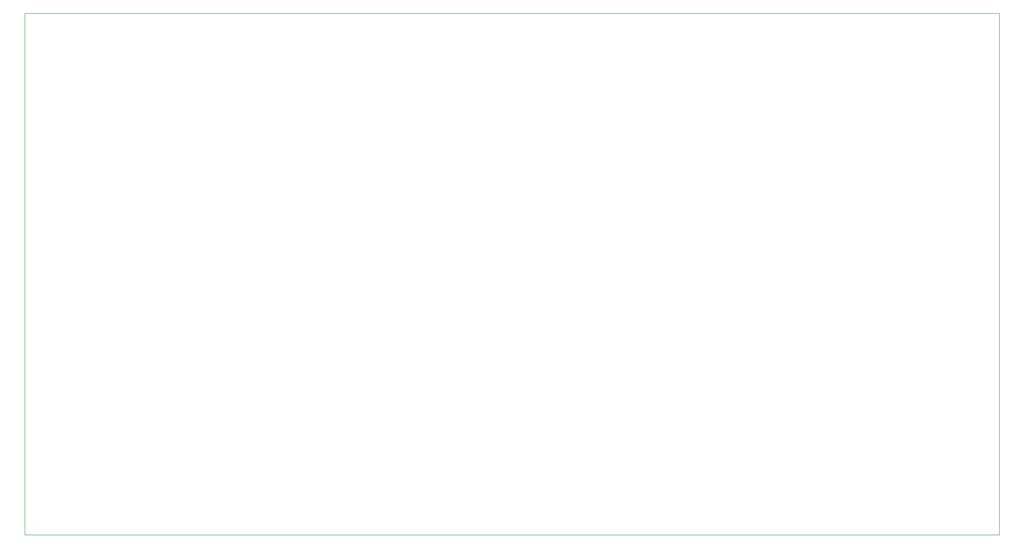
<source format=gbr>
%TF.GenerationSoftware,KiCad,Pcbnew,7.0.9*%
%TF.CreationDate,2023-12-13T10:58:27+05:30*%
%TF.ProjectId,Led_Cube_BaseControler,4c65645f-4375-4626-955f-42617365436f,rev?*%
%TF.SameCoordinates,Original*%
%TF.FileFunction,Profile,NP*%
%FSLAX46Y46*%
G04 Gerber Fmt 4.6, Leading zero omitted, Abs format (unit mm)*
G04 Created by KiCad (PCBNEW 7.0.9) date 2023-12-13 10:58:27*
%MOMM*%
%LPD*%
G01*
G04 APERTURE LIST*
%TA.AperFunction,Profile*%
%ADD10C,0.100000*%
%TD*%
G04 APERTURE END LIST*
D10*
X12700000Y-10160000D02*
X193040000Y-10160000D01*
X193040000Y-106680000D01*
X12700000Y-106680000D01*
X12700000Y-10160000D01*
M02*

</source>
